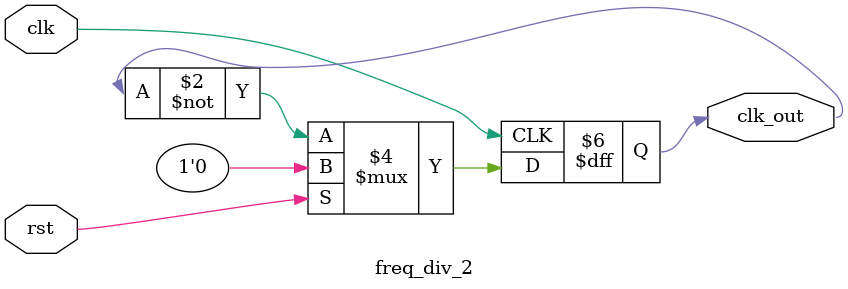
<source format=v>
module freq_div_2(clk_out, clk, rst);
    input clk, rst;
    output reg clk_out;
    always @(negedge clk) begin
        if (rst) clk_out <= 0;
        else clk_out <= ~clk_out;
    end
endmodule
</source>
